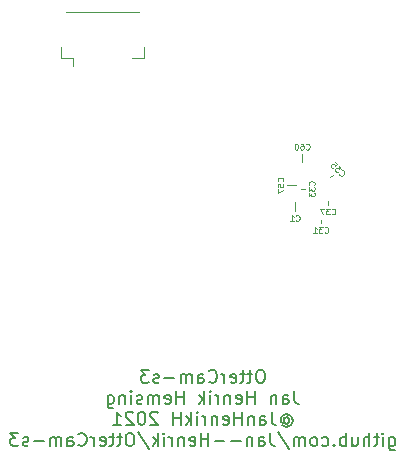
<source format=gbo>
G04 #@! TF.GenerationSoftware,KiCad,Pcbnew,5.1.5+dfsg1-2build2*
G04 #@! TF.CreationDate,2021-05-18T14:32:28+02:00*
G04 #@! TF.ProjectId,OtterCam-s3,4f747465-7243-4616-9d2d-73332e6b6963,rev?*
G04 #@! TF.SameCoordinates,Original*
G04 #@! TF.FileFunction,Legend,Bot*
G04 #@! TF.FilePolarity,Positive*
%FSLAX46Y46*%
G04 Gerber Fmt 4.6, Leading zero omitted, Abs format (unit mm)*
G04 Created by KiCad (PCBNEW 5.1.5+dfsg1-2build2) date 2021-05-18 14:32:28*
%MOMM*%
%LPD*%
G04 APERTURE LIST*
%ADD10C,0.130000*%
%ADD11C,0.120000*%
%ADD12C,0.080000*%
G04 APERTURE END LIST*
D10*
X79976190Y-88727619D02*
X79766666Y-88727619D01*
X79661904Y-88780000D01*
X79557142Y-88884761D01*
X79504761Y-89094285D01*
X79504761Y-89460952D01*
X79557142Y-89670476D01*
X79661904Y-89775238D01*
X79766666Y-89827619D01*
X79976190Y-89827619D01*
X80080952Y-89775238D01*
X80185714Y-89670476D01*
X80238095Y-89460952D01*
X80238095Y-89094285D01*
X80185714Y-88884761D01*
X80080952Y-88780000D01*
X79976190Y-88727619D01*
X79190476Y-89094285D02*
X78771428Y-89094285D01*
X79033333Y-88727619D02*
X79033333Y-89670476D01*
X78980952Y-89775238D01*
X78876190Y-89827619D01*
X78771428Y-89827619D01*
X78561904Y-89094285D02*
X78142857Y-89094285D01*
X78404761Y-88727619D02*
X78404761Y-89670476D01*
X78352380Y-89775238D01*
X78247619Y-89827619D01*
X78142857Y-89827619D01*
X77357142Y-89775238D02*
X77461904Y-89827619D01*
X77671428Y-89827619D01*
X77776190Y-89775238D01*
X77828571Y-89670476D01*
X77828571Y-89251428D01*
X77776190Y-89146666D01*
X77671428Y-89094285D01*
X77461904Y-89094285D01*
X77357142Y-89146666D01*
X77304761Y-89251428D01*
X77304761Y-89356190D01*
X77828571Y-89460952D01*
X76833333Y-89827619D02*
X76833333Y-89094285D01*
X76833333Y-89303809D02*
X76780952Y-89199047D01*
X76728571Y-89146666D01*
X76623809Y-89094285D01*
X76519047Y-89094285D01*
X75523809Y-89722857D02*
X75576190Y-89775238D01*
X75733333Y-89827619D01*
X75838095Y-89827619D01*
X75995238Y-89775238D01*
X76100000Y-89670476D01*
X76152380Y-89565714D01*
X76204761Y-89356190D01*
X76204761Y-89199047D01*
X76152380Y-88989523D01*
X76100000Y-88884761D01*
X75995238Y-88780000D01*
X75838095Y-88727619D01*
X75733333Y-88727619D01*
X75576190Y-88780000D01*
X75523809Y-88832380D01*
X74580952Y-89827619D02*
X74580952Y-89251428D01*
X74633333Y-89146666D01*
X74738095Y-89094285D01*
X74947619Y-89094285D01*
X75052380Y-89146666D01*
X74580952Y-89775238D02*
X74685714Y-89827619D01*
X74947619Y-89827619D01*
X75052380Y-89775238D01*
X75104761Y-89670476D01*
X75104761Y-89565714D01*
X75052380Y-89460952D01*
X74947619Y-89408571D01*
X74685714Y-89408571D01*
X74580952Y-89356190D01*
X74057142Y-89827619D02*
X74057142Y-89094285D01*
X74057142Y-89199047D02*
X74004761Y-89146666D01*
X73900000Y-89094285D01*
X73742857Y-89094285D01*
X73638095Y-89146666D01*
X73585714Y-89251428D01*
X73585714Y-89827619D01*
X73585714Y-89251428D02*
X73533333Y-89146666D01*
X73428571Y-89094285D01*
X73271428Y-89094285D01*
X73166666Y-89146666D01*
X73114285Y-89251428D01*
X73114285Y-89827619D01*
X72590476Y-89408571D02*
X71752380Y-89408571D01*
X71280952Y-89775238D02*
X71176190Y-89827619D01*
X70966666Y-89827619D01*
X70861904Y-89775238D01*
X70809523Y-89670476D01*
X70809523Y-89618095D01*
X70861904Y-89513333D01*
X70966666Y-89460952D01*
X71123809Y-89460952D01*
X71228571Y-89408571D01*
X71280952Y-89303809D01*
X71280952Y-89251428D01*
X71228571Y-89146666D01*
X71123809Y-89094285D01*
X70966666Y-89094285D01*
X70861904Y-89146666D01*
X70442857Y-88727619D02*
X69761904Y-88727619D01*
X70128571Y-89146666D01*
X69971428Y-89146666D01*
X69866666Y-89199047D01*
X69814285Y-89251428D01*
X69761904Y-89356190D01*
X69761904Y-89618095D01*
X69814285Y-89722857D01*
X69866666Y-89775238D01*
X69971428Y-89827619D01*
X70285714Y-89827619D01*
X70390476Y-89775238D01*
X70442857Y-89722857D01*
X82752380Y-90507619D02*
X82752380Y-91293333D01*
X82804761Y-91450476D01*
X82909523Y-91555238D01*
X83066666Y-91607619D01*
X83171428Y-91607619D01*
X81757142Y-91607619D02*
X81757142Y-91031428D01*
X81809523Y-90926666D01*
X81914285Y-90874285D01*
X82123809Y-90874285D01*
X82228571Y-90926666D01*
X81757142Y-91555238D02*
X81861904Y-91607619D01*
X82123809Y-91607619D01*
X82228571Y-91555238D01*
X82280952Y-91450476D01*
X82280952Y-91345714D01*
X82228571Y-91240952D01*
X82123809Y-91188571D01*
X81861904Y-91188571D01*
X81757142Y-91136190D01*
X81233333Y-90874285D02*
X81233333Y-91607619D01*
X81233333Y-90979047D02*
X81180952Y-90926666D01*
X81076190Y-90874285D01*
X80919047Y-90874285D01*
X80814285Y-90926666D01*
X80761904Y-91031428D01*
X80761904Y-91607619D01*
X79400000Y-91607619D02*
X79400000Y-90507619D01*
X79400000Y-91031428D02*
X78771428Y-91031428D01*
X78771428Y-91607619D02*
X78771428Y-90507619D01*
X77828571Y-91555238D02*
X77933333Y-91607619D01*
X78142857Y-91607619D01*
X78247619Y-91555238D01*
X78300000Y-91450476D01*
X78300000Y-91031428D01*
X78247619Y-90926666D01*
X78142857Y-90874285D01*
X77933333Y-90874285D01*
X77828571Y-90926666D01*
X77776190Y-91031428D01*
X77776190Y-91136190D01*
X78300000Y-91240952D01*
X77304761Y-90874285D02*
X77304761Y-91607619D01*
X77304761Y-90979047D02*
X77252380Y-90926666D01*
X77147619Y-90874285D01*
X76990476Y-90874285D01*
X76885714Y-90926666D01*
X76833333Y-91031428D01*
X76833333Y-91607619D01*
X76309523Y-91607619D02*
X76309523Y-90874285D01*
X76309523Y-91083809D02*
X76257142Y-90979047D01*
X76204761Y-90926666D01*
X76100000Y-90874285D01*
X75995238Y-90874285D01*
X75628571Y-91607619D02*
X75628571Y-90874285D01*
X75628571Y-90507619D02*
X75680952Y-90560000D01*
X75628571Y-90612380D01*
X75576190Y-90560000D01*
X75628571Y-90507619D01*
X75628571Y-90612380D01*
X75104761Y-91607619D02*
X75104761Y-90507619D01*
X75000000Y-91188571D02*
X74685714Y-91607619D01*
X74685714Y-90874285D02*
X75104761Y-91293333D01*
X73376190Y-91607619D02*
X73376190Y-90507619D01*
X73376190Y-91031428D02*
X72747619Y-91031428D01*
X72747619Y-91607619D02*
X72747619Y-90507619D01*
X71804761Y-91555238D02*
X71909523Y-91607619D01*
X72119047Y-91607619D01*
X72223809Y-91555238D01*
X72276190Y-91450476D01*
X72276190Y-91031428D01*
X72223809Y-90926666D01*
X72119047Y-90874285D01*
X71909523Y-90874285D01*
X71804761Y-90926666D01*
X71752380Y-91031428D01*
X71752380Y-91136190D01*
X72276190Y-91240952D01*
X71280952Y-91607619D02*
X71280952Y-90874285D01*
X71280952Y-90979047D02*
X71228571Y-90926666D01*
X71123809Y-90874285D01*
X70966666Y-90874285D01*
X70861904Y-90926666D01*
X70809523Y-91031428D01*
X70809523Y-91607619D01*
X70809523Y-91031428D02*
X70757142Y-90926666D01*
X70652380Y-90874285D01*
X70495238Y-90874285D01*
X70390476Y-90926666D01*
X70338095Y-91031428D01*
X70338095Y-91607619D01*
X69866666Y-91555238D02*
X69761904Y-91607619D01*
X69552380Y-91607619D01*
X69447619Y-91555238D01*
X69395238Y-91450476D01*
X69395238Y-91398095D01*
X69447619Y-91293333D01*
X69552380Y-91240952D01*
X69709523Y-91240952D01*
X69814285Y-91188571D01*
X69866666Y-91083809D01*
X69866666Y-91031428D01*
X69814285Y-90926666D01*
X69709523Y-90874285D01*
X69552380Y-90874285D01*
X69447619Y-90926666D01*
X68923809Y-91607619D02*
X68923809Y-90874285D01*
X68923809Y-90507619D02*
X68976190Y-90560000D01*
X68923809Y-90612380D01*
X68871428Y-90560000D01*
X68923809Y-90507619D01*
X68923809Y-90612380D01*
X68400000Y-90874285D02*
X68400000Y-91607619D01*
X68400000Y-90979047D02*
X68347619Y-90926666D01*
X68242857Y-90874285D01*
X68085714Y-90874285D01*
X67980952Y-90926666D01*
X67928571Y-91031428D01*
X67928571Y-91607619D01*
X66933333Y-90874285D02*
X66933333Y-91764761D01*
X66985714Y-91869523D01*
X67038095Y-91921904D01*
X67142857Y-91974285D01*
X67300000Y-91974285D01*
X67404761Y-91921904D01*
X66933333Y-91555238D02*
X67038095Y-91607619D01*
X67247619Y-91607619D01*
X67352380Y-91555238D01*
X67404761Y-91502857D01*
X67457142Y-91398095D01*
X67457142Y-91083809D01*
X67404761Y-90979047D01*
X67352380Y-90926666D01*
X67247619Y-90874285D01*
X67038095Y-90874285D01*
X66933333Y-90926666D01*
X81861904Y-92863809D02*
X81914285Y-92811428D01*
X82019047Y-92759047D01*
X82123809Y-92759047D01*
X82228571Y-92811428D01*
X82280952Y-92863809D01*
X82333333Y-92968571D01*
X82333333Y-93073333D01*
X82280952Y-93178095D01*
X82228571Y-93230476D01*
X82123809Y-93282857D01*
X82019047Y-93282857D01*
X81914285Y-93230476D01*
X81861904Y-93178095D01*
X81861904Y-92759047D02*
X81861904Y-93178095D01*
X81809523Y-93230476D01*
X81757142Y-93230476D01*
X81652380Y-93178095D01*
X81600000Y-93073333D01*
X81600000Y-92811428D01*
X81704761Y-92654285D01*
X81861904Y-92549523D01*
X82071428Y-92497142D01*
X82280952Y-92549523D01*
X82438095Y-92654285D01*
X82542857Y-92811428D01*
X82595238Y-93020952D01*
X82542857Y-93230476D01*
X82438095Y-93387619D01*
X82280952Y-93492380D01*
X82071428Y-93544761D01*
X81861904Y-93492380D01*
X81704761Y-93387619D01*
X80814285Y-92287619D02*
X80814285Y-93073333D01*
X80866666Y-93230476D01*
X80971428Y-93335238D01*
X81128571Y-93387619D01*
X81233333Y-93387619D01*
X79819047Y-93387619D02*
X79819047Y-92811428D01*
X79871428Y-92706666D01*
X79976190Y-92654285D01*
X80185714Y-92654285D01*
X80290476Y-92706666D01*
X79819047Y-93335238D02*
X79923809Y-93387619D01*
X80185714Y-93387619D01*
X80290476Y-93335238D01*
X80342857Y-93230476D01*
X80342857Y-93125714D01*
X80290476Y-93020952D01*
X80185714Y-92968571D01*
X79923809Y-92968571D01*
X79819047Y-92916190D01*
X79295238Y-92654285D02*
X79295238Y-93387619D01*
X79295238Y-92759047D02*
X79242857Y-92706666D01*
X79138095Y-92654285D01*
X78980952Y-92654285D01*
X78876190Y-92706666D01*
X78823809Y-92811428D01*
X78823809Y-93387619D01*
X78300000Y-93387619D02*
X78300000Y-92287619D01*
X78300000Y-92811428D02*
X77671428Y-92811428D01*
X77671428Y-93387619D02*
X77671428Y-92287619D01*
X76728571Y-93335238D02*
X76833333Y-93387619D01*
X77042857Y-93387619D01*
X77147619Y-93335238D01*
X77200000Y-93230476D01*
X77200000Y-92811428D01*
X77147619Y-92706666D01*
X77042857Y-92654285D01*
X76833333Y-92654285D01*
X76728571Y-92706666D01*
X76676190Y-92811428D01*
X76676190Y-92916190D01*
X77200000Y-93020952D01*
X76204761Y-92654285D02*
X76204761Y-93387619D01*
X76204761Y-92759047D02*
X76152380Y-92706666D01*
X76047619Y-92654285D01*
X75890476Y-92654285D01*
X75785714Y-92706666D01*
X75733333Y-92811428D01*
X75733333Y-93387619D01*
X75209523Y-93387619D02*
X75209523Y-92654285D01*
X75209523Y-92863809D02*
X75157142Y-92759047D01*
X75104761Y-92706666D01*
X75000000Y-92654285D01*
X74895238Y-92654285D01*
X74528571Y-93387619D02*
X74528571Y-92654285D01*
X74528571Y-92287619D02*
X74580952Y-92340000D01*
X74528571Y-92392380D01*
X74476190Y-92340000D01*
X74528571Y-92287619D01*
X74528571Y-92392380D01*
X74004761Y-93387619D02*
X74004761Y-92287619D01*
X73900000Y-92968571D02*
X73585714Y-93387619D01*
X73585714Y-92654285D02*
X74004761Y-93073333D01*
X73114285Y-93387619D02*
X73114285Y-92287619D01*
X73114285Y-92811428D02*
X72485714Y-92811428D01*
X72485714Y-93387619D02*
X72485714Y-92287619D01*
X71176190Y-92392380D02*
X71123809Y-92340000D01*
X71019047Y-92287619D01*
X70757142Y-92287619D01*
X70652380Y-92340000D01*
X70600000Y-92392380D01*
X70547619Y-92497142D01*
X70547619Y-92601904D01*
X70600000Y-92759047D01*
X71228571Y-93387619D01*
X70547619Y-93387619D01*
X69866666Y-92287619D02*
X69761904Y-92287619D01*
X69657142Y-92340000D01*
X69604761Y-92392380D01*
X69552380Y-92497142D01*
X69500000Y-92706666D01*
X69500000Y-92968571D01*
X69552380Y-93178095D01*
X69604761Y-93282857D01*
X69657142Y-93335238D01*
X69761904Y-93387619D01*
X69866666Y-93387619D01*
X69971428Y-93335238D01*
X70023809Y-93282857D01*
X70076190Y-93178095D01*
X70128571Y-92968571D01*
X70128571Y-92706666D01*
X70076190Y-92497142D01*
X70023809Y-92392380D01*
X69971428Y-92340000D01*
X69866666Y-92287619D01*
X69080952Y-92392380D02*
X69028571Y-92340000D01*
X68923809Y-92287619D01*
X68661904Y-92287619D01*
X68557142Y-92340000D01*
X68504761Y-92392380D01*
X68452380Y-92497142D01*
X68452380Y-92601904D01*
X68504761Y-92759047D01*
X69133333Y-93387619D01*
X68452380Y-93387619D01*
X67404761Y-93387619D02*
X68033333Y-93387619D01*
X67719047Y-93387619D02*
X67719047Y-92287619D01*
X67823809Y-92444761D01*
X67928571Y-92549523D01*
X68033333Y-92601904D01*
X90766666Y-94434285D02*
X90766666Y-95324761D01*
X90819047Y-95429523D01*
X90871428Y-95481904D01*
X90976190Y-95534285D01*
X91133333Y-95534285D01*
X91238095Y-95481904D01*
X90766666Y-95115238D02*
X90871428Y-95167619D01*
X91080952Y-95167619D01*
X91185714Y-95115238D01*
X91238095Y-95062857D01*
X91290476Y-94958095D01*
X91290476Y-94643809D01*
X91238095Y-94539047D01*
X91185714Y-94486666D01*
X91080952Y-94434285D01*
X90871428Y-94434285D01*
X90766666Y-94486666D01*
X90242857Y-95167619D02*
X90242857Y-94434285D01*
X90242857Y-94067619D02*
X90295238Y-94120000D01*
X90242857Y-94172380D01*
X90190476Y-94120000D01*
X90242857Y-94067619D01*
X90242857Y-94172380D01*
X89876190Y-94434285D02*
X89457142Y-94434285D01*
X89719047Y-94067619D02*
X89719047Y-95010476D01*
X89666666Y-95115238D01*
X89561904Y-95167619D01*
X89457142Y-95167619D01*
X89090476Y-95167619D02*
X89090476Y-94067619D01*
X88619047Y-95167619D02*
X88619047Y-94591428D01*
X88671428Y-94486666D01*
X88776190Y-94434285D01*
X88933333Y-94434285D01*
X89038095Y-94486666D01*
X89090476Y-94539047D01*
X87623809Y-94434285D02*
X87623809Y-95167619D01*
X88095238Y-94434285D02*
X88095238Y-95010476D01*
X88042857Y-95115238D01*
X87938095Y-95167619D01*
X87780952Y-95167619D01*
X87676190Y-95115238D01*
X87623809Y-95062857D01*
X87100000Y-95167619D02*
X87100000Y-94067619D01*
X87100000Y-94486666D02*
X86995238Y-94434285D01*
X86785714Y-94434285D01*
X86680952Y-94486666D01*
X86628571Y-94539047D01*
X86576190Y-94643809D01*
X86576190Y-94958095D01*
X86628571Y-95062857D01*
X86680952Y-95115238D01*
X86785714Y-95167619D01*
X86995238Y-95167619D01*
X87100000Y-95115238D01*
X86104761Y-95062857D02*
X86052380Y-95115238D01*
X86104761Y-95167619D01*
X86157142Y-95115238D01*
X86104761Y-95062857D01*
X86104761Y-95167619D01*
X85109523Y-95115238D02*
X85214285Y-95167619D01*
X85423809Y-95167619D01*
X85528571Y-95115238D01*
X85580952Y-95062857D01*
X85633333Y-94958095D01*
X85633333Y-94643809D01*
X85580952Y-94539047D01*
X85528571Y-94486666D01*
X85423809Y-94434285D01*
X85214285Y-94434285D01*
X85109523Y-94486666D01*
X84480952Y-95167619D02*
X84585714Y-95115238D01*
X84638095Y-95062857D01*
X84690476Y-94958095D01*
X84690476Y-94643809D01*
X84638095Y-94539047D01*
X84585714Y-94486666D01*
X84480952Y-94434285D01*
X84323809Y-94434285D01*
X84219047Y-94486666D01*
X84166666Y-94539047D01*
X84114285Y-94643809D01*
X84114285Y-94958095D01*
X84166666Y-95062857D01*
X84219047Y-95115238D01*
X84323809Y-95167619D01*
X84480952Y-95167619D01*
X83642857Y-95167619D02*
X83642857Y-94434285D01*
X83642857Y-94539047D02*
X83590476Y-94486666D01*
X83485714Y-94434285D01*
X83328571Y-94434285D01*
X83223809Y-94486666D01*
X83171428Y-94591428D01*
X83171428Y-95167619D01*
X83171428Y-94591428D02*
X83119047Y-94486666D01*
X83014285Y-94434285D01*
X82857142Y-94434285D01*
X82752380Y-94486666D01*
X82700000Y-94591428D01*
X82700000Y-95167619D01*
X81390476Y-94015238D02*
X82333333Y-95429523D01*
X80709523Y-94067619D02*
X80709523Y-94853333D01*
X80761904Y-95010476D01*
X80866666Y-95115238D01*
X81023809Y-95167619D01*
X81128571Y-95167619D01*
X79714285Y-95167619D02*
X79714285Y-94591428D01*
X79766666Y-94486666D01*
X79871428Y-94434285D01*
X80080952Y-94434285D01*
X80185714Y-94486666D01*
X79714285Y-95115238D02*
X79819047Y-95167619D01*
X80080952Y-95167619D01*
X80185714Y-95115238D01*
X80238095Y-95010476D01*
X80238095Y-94905714D01*
X80185714Y-94800952D01*
X80080952Y-94748571D01*
X79819047Y-94748571D01*
X79714285Y-94696190D01*
X79190476Y-94434285D02*
X79190476Y-95167619D01*
X79190476Y-94539047D02*
X79138095Y-94486666D01*
X79033333Y-94434285D01*
X78876190Y-94434285D01*
X78771428Y-94486666D01*
X78719047Y-94591428D01*
X78719047Y-95167619D01*
X78195238Y-94748571D02*
X77357142Y-94748571D01*
X76833333Y-94748571D02*
X75995238Y-94748571D01*
X75471428Y-95167619D02*
X75471428Y-94067619D01*
X75471428Y-94591428D02*
X74842857Y-94591428D01*
X74842857Y-95167619D02*
X74842857Y-94067619D01*
X73900000Y-95115238D02*
X74004761Y-95167619D01*
X74214285Y-95167619D01*
X74319047Y-95115238D01*
X74371428Y-95010476D01*
X74371428Y-94591428D01*
X74319047Y-94486666D01*
X74214285Y-94434285D01*
X74004761Y-94434285D01*
X73900000Y-94486666D01*
X73847619Y-94591428D01*
X73847619Y-94696190D01*
X74371428Y-94800952D01*
X73376190Y-94434285D02*
X73376190Y-95167619D01*
X73376190Y-94539047D02*
X73323809Y-94486666D01*
X73219047Y-94434285D01*
X73061904Y-94434285D01*
X72957142Y-94486666D01*
X72904761Y-94591428D01*
X72904761Y-95167619D01*
X72380952Y-95167619D02*
X72380952Y-94434285D01*
X72380952Y-94643809D02*
X72328571Y-94539047D01*
X72276190Y-94486666D01*
X72171428Y-94434285D01*
X72066666Y-94434285D01*
X71700000Y-95167619D02*
X71700000Y-94434285D01*
X71700000Y-94067619D02*
X71752380Y-94120000D01*
X71700000Y-94172380D01*
X71647619Y-94120000D01*
X71700000Y-94067619D01*
X71700000Y-94172380D01*
X71176190Y-95167619D02*
X71176190Y-94067619D01*
X71071428Y-94748571D02*
X70757142Y-95167619D01*
X70757142Y-94434285D02*
X71176190Y-94853333D01*
X69500000Y-94015238D02*
X70442857Y-95429523D01*
X68923809Y-94067619D02*
X68714285Y-94067619D01*
X68609523Y-94120000D01*
X68504761Y-94224761D01*
X68452380Y-94434285D01*
X68452380Y-94800952D01*
X68504761Y-95010476D01*
X68609523Y-95115238D01*
X68714285Y-95167619D01*
X68923809Y-95167619D01*
X69028571Y-95115238D01*
X69133333Y-95010476D01*
X69185714Y-94800952D01*
X69185714Y-94434285D01*
X69133333Y-94224761D01*
X69028571Y-94120000D01*
X68923809Y-94067619D01*
X68138095Y-94434285D02*
X67719047Y-94434285D01*
X67980952Y-94067619D02*
X67980952Y-95010476D01*
X67928571Y-95115238D01*
X67823809Y-95167619D01*
X67719047Y-95167619D01*
X67509523Y-94434285D02*
X67090476Y-94434285D01*
X67352380Y-94067619D02*
X67352380Y-95010476D01*
X67300000Y-95115238D01*
X67195238Y-95167619D01*
X67090476Y-95167619D01*
X66304761Y-95115238D02*
X66409523Y-95167619D01*
X66619047Y-95167619D01*
X66723809Y-95115238D01*
X66776190Y-95010476D01*
X66776190Y-94591428D01*
X66723809Y-94486666D01*
X66619047Y-94434285D01*
X66409523Y-94434285D01*
X66304761Y-94486666D01*
X66252380Y-94591428D01*
X66252380Y-94696190D01*
X66776190Y-94800952D01*
X65780952Y-95167619D02*
X65780952Y-94434285D01*
X65780952Y-94643809D02*
X65728571Y-94539047D01*
X65676190Y-94486666D01*
X65571428Y-94434285D01*
X65466666Y-94434285D01*
X64471428Y-95062857D02*
X64523809Y-95115238D01*
X64680952Y-95167619D01*
X64785714Y-95167619D01*
X64942857Y-95115238D01*
X65047619Y-95010476D01*
X65100000Y-94905714D01*
X65152380Y-94696190D01*
X65152380Y-94539047D01*
X65100000Y-94329523D01*
X65047619Y-94224761D01*
X64942857Y-94120000D01*
X64785714Y-94067619D01*
X64680952Y-94067619D01*
X64523809Y-94120000D01*
X64471428Y-94172380D01*
X63528571Y-95167619D02*
X63528571Y-94591428D01*
X63580952Y-94486666D01*
X63685714Y-94434285D01*
X63895238Y-94434285D01*
X64000000Y-94486666D01*
X63528571Y-95115238D02*
X63633333Y-95167619D01*
X63895238Y-95167619D01*
X64000000Y-95115238D01*
X64052380Y-95010476D01*
X64052380Y-94905714D01*
X64000000Y-94800952D01*
X63895238Y-94748571D01*
X63633333Y-94748571D01*
X63528571Y-94696190D01*
X63004761Y-95167619D02*
X63004761Y-94434285D01*
X63004761Y-94539047D02*
X62952380Y-94486666D01*
X62847619Y-94434285D01*
X62690476Y-94434285D01*
X62585714Y-94486666D01*
X62533333Y-94591428D01*
X62533333Y-95167619D01*
X62533333Y-94591428D02*
X62480952Y-94486666D01*
X62376190Y-94434285D01*
X62219047Y-94434285D01*
X62114285Y-94486666D01*
X62061904Y-94591428D01*
X62061904Y-95167619D01*
X61538095Y-94748571D02*
X60700000Y-94748571D01*
X60228571Y-95115238D02*
X60123809Y-95167619D01*
X59914285Y-95167619D01*
X59809523Y-95115238D01*
X59757142Y-95010476D01*
X59757142Y-94958095D01*
X59809523Y-94853333D01*
X59914285Y-94800952D01*
X60071428Y-94800952D01*
X60176190Y-94748571D01*
X60228571Y-94643809D01*
X60228571Y-94591428D01*
X60176190Y-94486666D01*
X60071428Y-94434285D01*
X59914285Y-94434285D01*
X59809523Y-94486666D01*
X59390476Y-94067619D02*
X58709523Y-94067619D01*
X59076190Y-94486666D01*
X58919047Y-94486666D01*
X58814285Y-94539047D01*
X58761904Y-94591428D01*
X58709523Y-94696190D01*
X58709523Y-94958095D01*
X58761904Y-95062857D01*
X58814285Y-95115238D01*
X58919047Y-95167619D01*
X59233333Y-95167619D01*
X59338095Y-95115238D01*
X59390476Y-95062857D01*
D11*
X63385000Y-58390000D02*
X69615000Y-58390000D01*
X69985000Y-62310000D02*
X69035000Y-62310000D01*
X69985000Y-61360000D02*
X69985000Y-62310000D01*
X63965000Y-62310000D02*
X63965000Y-63000000D01*
X63015000Y-62310000D02*
X63965000Y-62310000D01*
X63015000Y-61360000D02*
X63015000Y-62310000D01*
X83400000Y-70450000D02*
X83400000Y-71150000D01*
X82850000Y-73100000D02*
X82150000Y-73100000D01*
X85600000Y-74450000D02*
X85600000Y-74750000D01*
X85793934Y-72406066D02*
X86006066Y-72193934D01*
X83650000Y-73400000D02*
X83350000Y-73400000D01*
X84980000Y-76000000D02*
X84980000Y-76300000D01*
X82800000Y-74550000D02*
X82800000Y-75250000D01*
D12*
X83721428Y-70028571D02*
X83745238Y-70052380D01*
X83816666Y-70076190D01*
X83864285Y-70076190D01*
X83935714Y-70052380D01*
X83983333Y-70004761D01*
X84007142Y-69957142D01*
X84030952Y-69861904D01*
X84030952Y-69790476D01*
X84007142Y-69695238D01*
X83983333Y-69647619D01*
X83935714Y-69600000D01*
X83864285Y-69576190D01*
X83816666Y-69576190D01*
X83745238Y-69600000D01*
X83721428Y-69623809D01*
X83292857Y-69576190D02*
X83388095Y-69576190D01*
X83435714Y-69600000D01*
X83459523Y-69623809D01*
X83507142Y-69695238D01*
X83530952Y-69790476D01*
X83530952Y-69980952D01*
X83507142Y-70028571D01*
X83483333Y-70052380D01*
X83435714Y-70076190D01*
X83340476Y-70076190D01*
X83292857Y-70052380D01*
X83269047Y-70028571D01*
X83245238Y-69980952D01*
X83245238Y-69861904D01*
X83269047Y-69814285D01*
X83292857Y-69790476D01*
X83340476Y-69766666D01*
X83435714Y-69766666D01*
X83483333Y-69790476D01*
X83507142Y-69814285D01*
X83530952Y-69861904D01*
X82935714Y-69576190D02*
X82888095Y-69576190D01*
X82840476Y-69600000D01*
X82816666Y-69623809D01*
X82792857Y-69671428D01*
X82769047Y-69766666D01*
X82769047Y-69885714D01*
X82792857Y-69980952D01*
X82816666Y-70028571D01*
X82840476Y-70052380D01*
X82888095Y-70076190D01*
X82935714Y-70076190D01*
X82983333Y-70052380D01*
X83007142Y-70028571D01*
X83030952Y-69980952D01*
X83054761Y-69885714D01*
X83054761Y-69766666D01*
X83030952Y-69671428D01*
X83007142Y-69623809D01*
X82983333Y-69600000D01*
X82935714Y-69576190D01*
X81778571Y-72778571D02*
X81802380Y-72754761D01*
X81826190Y-72683333D01*
X81826190Y-72635714D01*
X81802380Y-72564285D01*
X81754761Y-72516666D01*
X81707142Y-72492857D01*
X81611904Y-72469047D01*
X81540476Y-72469047D01*
X81445238Y-72492857D01*
X81397619Y-72516666D01*
X81350000Y-72564285D01*
X81326190Y-72635714D01*
X81326190Y-72683333D01*
X81350000Y-72754761D01*
X81373809Y-72778571D01*
X81326190Y-73230952D02*
X81326190Y-72992857D01*
X81564285Y-72969047D01*
X81540476Y-72992857D01*
X81516666Y-73040476D01*
X81516666Y-73159523D01*
X81540476Y-73207142D01*
X81564285Y-73230952D01*
X81611904Y-73254761D01*
X81730952Y-73254761D01*
X81778571Y-73230952D01*
X81802380Y-73207142D01*
X81826190Y-73159523D01*
X81826190Y-73040476D01*
X81802380Y-72992857D01*
X81778571Y-72969047D01*
X81326190Y-73421428D02*
X81326190Y-73754761D01*
X81826190Y-73540476D01*
X85921428Y-75528571D02*
X85945238Y-75552380D01*
X86016666Y-75576190D01*
X86064285Y-75576190D01*
X86135714Y-75552380D01*
X86183333Y-75504761D01*
X86207142Y-75457142D01*
X86230952Y-75361904D01*
X86230952Y-75290476D01*
X86207142Y-75195238D01*
X86183333Y-75147619D01*
X86135714Y-75100000D01*
X86064285Y-75076190D01*
X86016666Y-75076190D01*
X85945238Y-75100000D01*
X85921428Y-75123809D01*
X85754761Y-75076190D02*
X85445238Y-75076190D01*
X85611904Y-75266666D01*
X85540476Y-75266666D01*
X85492857Y-75290476D01*
X85469047Y-75314285D01*
X85445238Y-75361904D01*
X85445238Y-75480952D01*
X85469047Y-75528571D01*
X85492857Y-75552380D01*
X85540476Y-75576190D01*
X85683333Y-75576190D01*
X85730952Y-75552380D01*
X85754761Y-75528571D01*
X85278571Y-75076190D02*
X84945238Y-75076190D01*
X85159523Y-75576190D01*
X86531345Y-72123223D02*
X86531345Y-72156895D01*
X86565017Y-72224238D01*
X86598688Y-72257910D01*
X86666032Y-72291582D01*
X86733375Y-72291582D01*
X86783883Y-72274746D01*
X86868062Y-72224238D01*
X86918570Y-72173731D01*
X86969078Y-72089551D01*
X86985913Y-72039044D01*
X86985913Y-71971700D01*
X86952242Y-71904357D01*
X86918570Y-71870685D01*
X86851226Y-71837013D01*
X86817555Y-71837013D01*
X86733375Y-71685490D02*
X86514509Y-71466624D01*
X86497673Y-71719162D01*
X86447165Y-71668654D01*
X86396658Y-71651818D01*
X86362986Y-71651818D01*
X86312478Y-71668654D01*
X86228299Y-71752834D01*
X86211463Y-71803341D01*
X86211463Y-71837013D01*
X86228299Y-71887521D01*
X86329314Y-71988536D01*
X86379822Y-72005372D01*
X86413494Y-72005372D01*
X86194627Y-71146742D02*
X86362986Y-71315101D01*
X86211463Y-71500295D01*
X86211463Y-71466624D01*
X86194627Y-71416116D01*
X86110448Y-71331937D01*
X86059940Y-71315101D01*
X86026268Y-71315101D01*
X85975761Y-71331937D01*
X85891581Y-71416116D01*
X85874746Y-71466624D01*
X85874746Y-71500295D01*
X85891581Y-71550803D01*
X85975761Y-71634982D01*
X86026268Y-71651818D01*
X86059940Y-71651818D01*
X84428571Y-73078571D02*
X84452380Y-73054761D01*
X84476190Y-72983333D01*
X84476190Y-72935714D01*
X84452380Y-72864285D01*
X84404761Y-72816666D01*
X84357142Y-72792857D01*
X84261904Y-72769047D01*
X84190476Y-72769047D01*
X84095238Y-72792857D01*
X84047619Y-72816666D01*
X84000000Y-72864285D01*
X83976190Y-72935714D01*
X83976190Y-72983333D01*
X84000000Y-73054761D01*
X84023809Y-73078571D01*
X83976190Y-73245238D02*
X83976190Y-73554761D01*
X84166666Y-73388095D01*
X84166666Y-73459523D01*
X84190476Y-73507142D01*
X84214285Y-73530952D01*
X84261904Y-73554761D01*
X84380952Y-73554761D01*
X84428571Y-73530952D01*
X84452380Y-73507142D01*
X84476190Y-73459523D01*
X84476190Y-73316666D01*
X84452380Y-73269047D01*
X84428571Y-73245238D01*
X83976190Y-73721428D02*
X83976190Y-74030952D01*
X84166666Y-73864285D01*
X84166666Y-73935714D01*
X84190476Y-73983333D01*
X84214285Y-74007142D01*
X84261904Y-74030952D01*
X84380952Y-74030952D01*
X84428571Y-74007142D01*
X84452380Y-73983333D01*
X84476190Y-73935714D01*
X84476190Y-73792857D01*
X84452380Y-73745238D01*
X84428571Y-73721428D01*
X85301428Y-77078571D02*
X85325238Y-77102380D01*
X85396666Y-77126190D01*
X85444285Y-77126190D01*
X85515714Y-77102380D01*
X85563333Y-77054761D01*
X85587142Y-77007142D01*
X85610952Y-76911904D01*
X85610952Y-76840476D01*
X85587142Y-76745238D01*
X85563333Y-76697619D01*
X85515714Y-76650000D01*
X85444285Y-76626190D01*
X85396666Y-76626190D01*
X85325238Y-76650000D01*
X85301428Y-76673809D01*
X85134761Y-76626190D02*
X84825238Y-76626190D01*
X84991904Y-76816666D01*
X84920476Y-76816666D01*
X84872857Y-76840476D01*
X84849047Y-76864285D01*
X84825238Y-76911904D01*
X84825238Y-77030952D01*
X84849047Y-77078571D01*
X84872857Y-77102380D01*
X84920476Y-77126190D01*
X85063333Y-77126190D01*
X85110952Y-77102380D01*
X85134761Y-77078571D01*
X84349047Y-77126190D02*
X84634761Y-77126190D01*
X84491904Y-77126190D02*
X84491904Y-76626190D01*
X84539523Y-76697619D01*
X84587142Y-76745238D01*
X84634761Y-76769047D01*
X82883333Y-76078571D02*
X82907142Y-76102380D01*
X82978571Y-76126190D01*
X83026190Y-76126190D01*
X83097619Y-76102380D01*
X83145238Y-76054761D01*
X83169047Y-76007142D01*
X83192857Y-75911904D01*
X83192857Y-75840476D01*
X83169047Y-75745238D01*
X83145238Y-75697619D01*
X83097619Y-75650000D01*
X83026190Y-75626190D01*
X82978571Y-75626190D01*
X82907142Y-75650000D01*
X82883333Y-75673809D01*
X82407142Y-76126190D02*
X82692857Y-76126190D01*
X82550000Y-76126190D02*
X82550000Y-75626190D01*
X82597619Y-75697619D01*
X82645238Y-75745238D01*
X82692857Y-75769047D01*
M02*

</source>
